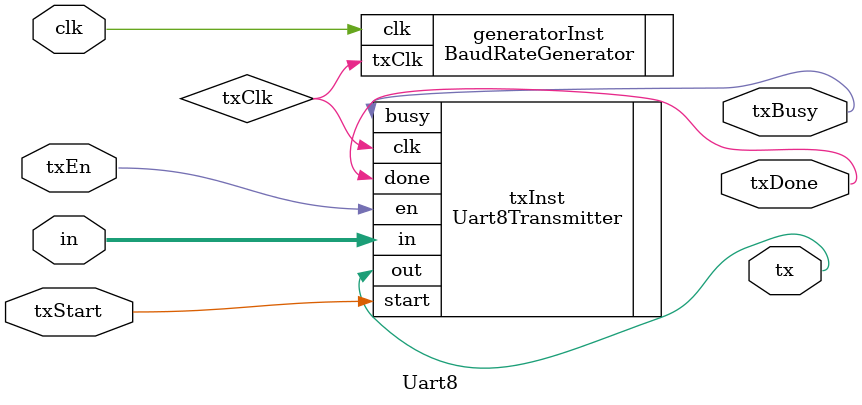
<source format=v>
`timescale 1ns / 1ps
module Uart8 #(
    parameter CLOCK_RATE   = 12_000_000, // board clock (default 100MHz)
    parameter BAUD_RATE    = 9600,
    parameter TURBO_FRAMES = 0        
)(
    input wire clk, // board clock (*note: at the {CLOCK_RATE} rate)


    // tx interface
    input wire txEn,
    input wire txStart,
    input wire [7:0] in,
    output wire txBusy,
    output wire txDone,
    output wire tx
);

// this value cannot be changed in the current implementation

wire txClk;

BaudRateGenerator #(
    .CLOCK_RATE(CLOCK_RATE),
    .BAUD_RATE(BAUD_RATE)
) generatorInst (
    .clk(clk),
    .txClk(txClk)
);


Uart8Transmitter #(
    .TURBO_FRAMES(TURBO_FRAMES)
) txInst (
    .clk(txClk),
    .en(txEn),
    .start(txStart),
    .in(in),
    .busy(txBusy),
    .done(txDone),
    .out(tx)
);

endmodule
</source>
